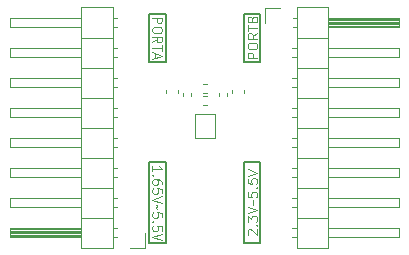
<source format=gbr>
%TF.GenerationSoftware,KiCad,Pcbnew,(6.0.5)*%
%TF.CreationDate,2022-07-01T10:08:14+08:00*%
%TF.ProjectId,convertor,636f6e76-6572-4746-9f72-2e6b69636164,rev?*%
%TF.SameCoordinates,Original*%
%TF.FileFunction,Legend,Top*%
%TF.FilePolarity,Positive*%
%FSLAX46Y46*%
G04 Gerber Fmt 4.6, Leading zero omitted, Abs format (unit mm)*
G04 Created by KiCad (PCBNEW (6.0.5)) date 2022-07-01 10:08:14*
%MOMM*%
%LPD*%
G01*
G04 APERTURE LIST*
%ADD10C,0.150000*%
%ADD11C,0.100000*%
%ADD12C,0.120000*%
G04 APERTURE END LIST*
D10*
X136398000Y-91948000D02*
X136398000Y-96012000D01*
X143002000Y-104521000D02*
X144399000Y-104521000D01*
X144399000Y-96012000D02*
X143002000Y-96012000D01*
X143002000Y-96012000D02*
X143002000Y-91948000D01*
X144399000Y-111379000D02*
X144399000Y-104521000D01*
X135001000Y-104521000D02*
X136398000Y-104521000D01*
X136398000Y-96012000D02*
X135001000Y-96012000D01*
X136398000Y-111379000D02*
X136398000Y-104521000D01*
X135001000Y-91948000D02*
X136398000Y-91948000D01*
X144399000Y-111379000D02*
X143002000Y-111379000D01*
X136398000Y-111379000D02*
X135001000Y-111379000D01*
X135001000Y-96012000D02*
X135001000Y-91948000D01*
X144399000Y-91948000D02*
X144399000Y-96012000D01*
X143002000Y-104521000D02*
X143002000Y-111379000D01*
X143002000Y-91948000D02*
X144399000Y-91948000D01*
X135001000Y-104521000D02*
X135001000Y-111379000D01*
D11*
X144125904Y-95713333D02*
X143325904Y-95713333D01*
X143325904Y-95408571D01*
X143364000Y-95332380D01*
X143402095Y-95294285D01*
X143478285Y-95256190D01*
X143592571Y-95256190D01*
X143668761Y-95294285D01*
X143706857Y-95332380D01*
X143744952Y-95408571D01*
X143744952Y-95713333D01*
X143325904Y-94760952D02*
X143325904Y-94608571D01*
X143364000Y-94532380D01*
X143440190Y-94456190D01*
X143592571Y-94418095D01*
X143859238Y-94418095D01*
X144011619Y-94456190D01*
X144087809Y-94532380D01*
X144125904Y-94608571D01*
X144125904Y-94760952D01*
X144087809Y-94837142D01*
X144011619Y-94913333D01*
X143859238Y-94951428D01*
X143592571Y-94951428D01*
X143440190Y-94913333D01*
X143364000Y-94837142D01*
X143325904Y-94760952D01*
X144125904Y-93618095D02*
X143744952Y-93884761D01*
X144125904Y-94075238D02*
X143325904Y-94075238D01*
X143325904Y-93770476D01*
X143364000Y-93694285D01*
X143402095Y-93656190D01*
X143478285Y-93618095D01*
X143592571Y-93618095D01*
X143668761Y-93656190D01*
X143706857Y-93694285D01*
X143744952Y-93770476D01*
X143744952Y-94075238D01*
X143325904Y-93389523D02*
X143325904Y-92932380D01*
X144125904Y-93160952D02*
X143325904Y-93160952D01*
X143706857Y-92399047D02*
X143744952Y-92284761D01*
X143783047Y-92246666D01*
X143859238Y-92208571D01*
X143973523Y-92208571D01*
X144049714Y-92246666D01*
X144087809Y-92284761D01*
X144125904Y-92360952D01*
X144125904Y-92665714D01*
X143325904Y-92665714D01*
X143325904Y-92399047D01*
X143364000Y-92322857D01*
X143402095Y-92284761D01*
X143478285Y-92246666D01*
X143554476Y-92246666D01*
X143630666Y-92284761D01*
X143668761Y-92322857D01*
X143706857Y-92399047D01*
X143706857Y-92665714D01*
X135274095Y-105302380D02*
X135274095Y-104845238D01*
X135274095Y-105073809D02*
X136074095Y-105073809D01*
X135959809Y-104997619D01*
X135883619Y-104921428D01*
X135845523Y-104845238D01*
X135350285Y-105645238D02*
X135312190Y-105683333D01*
X135274095Y-105645238D01*
X135312190Y-105607142D01*
X135350285Y-105645238D01*
X135274095Y-105645238D01*
X136074095Y-106369047D02*
X136074095Y-106216666D01*
X136036000Y-106140476D01*
X135997904Y-106102380D01*
X135883619Y-106026190D01*
X135731238Y-105988095D01*
X135426476Y-105988095D01*
X135350285Y-106026190D01*
X135312190Y-106064285D01*
X135274095Y-106140476D01*
X135274095Y-106292857D01*
X135312190Y-106369047D01*
X135350285Y-106407142D01*
X135426476Y-106445238D01*
X135616952Y-106445238D01*
X135693142Y-106407142D01*
X135731238Y-106369047D01*
X135769333Y-106292857D01*
X135769333Y-106140476D01*
X135731238Y-106064285D01*
X135693142Y-106026190D01*
X135616952Y-105988095D01*
X136074095Y-107169047D02*
X136074095Y-106788095D01*
X135693142Y-106750000D01*
X135731238Y-106788095D01*
X135769333Y-106864285D01*
X135769333Y-107054761D01*
X135731238Y-107130952D01*
X135693142Y-107169047D01*
X135616952Y-107207142D01*
X135426476Y-107207142D01*
X135350285Y-107169047D01*
X135312190Y-107130952D01*
X135274095Y-107054761D01*
X135274095Y-106864285D01*
X135312190Y-106788095D01*
X135350285Y-106750000D01*
X136074095Y-107435714D02*
X135274095Y-107702380D01*
X136074095Y-107969047D01*
X135578857Y-108121428D02*
X135616952Y-108159523D01*
X135655047Y-108235714D01*
X135578857Y-108388095D01*
X135616952Y-108464285D01*
X135655047Y-108502380D01*
X136074095Y-109188095D02*
X136074095Y-108807142D01*
X135693142Y-108769047D01*
X135731238Y-108807142D01*
X135769333Y-108883333D01*
X135769333Y-109073809D01*
X135731238Y-109150000D01*
X135693142Y-109188095D01*
X135616952Y-109226190D01*
X135426476Y-109226190D01*
X135350285Y-109188095D01*
X135312190Y-109150000D01*
X135274095Y-109073809D01*
X135274095Y-108883333D01*
X135312190Y-108807142D01*
X135350285Y-108769047D01*
X135350285Y-109569047D02*
X135312190Y-109607142D01*
X135274095Y-109569047D01*
X135312190Y-109530952D01*
X135350285Y-109569047D01*
X135274095Y-109569047D01*
X136074095Y-110330952D02*
X136074095Y-109950000D01*
X135693142Y-109911904D01*
X135731238Y-109950000D01*
X135769333Y-110026190D01*
X135769333Y-110216666D01*
X135731238Y-110292857D01*
X135693142Y-110330952D01*
X135616952Y-110369047D01*
X135426476Y-110369047D01*
X135350285Y-110330952D01*
X135312190Y-110292857D01*
X135274095Y-110216666D01*
X135274095Y-110026190D01*
X135312190Y-109950000D01*
X135350285Y-109911904D01*
X136074095Y-110597619D02*
X135274095Y-110864285D01*
X136074095Y-111130952D01*
X143402095Y-110673809D02*
X143364000Y-110635714D01*
X143325904Y-110559523D01*
X143325904Y-110369047D01*
X143364000Y-110292857D01*
X143402095Y-110254761D01*
X143478285Y-110216666D01*
X143554476Y-110216666D01*
X143668761Y-110254761D01*
X144125904Y-110711904D01*
X144125904Y-110216666D01*
X144049714Y-109873809D02*
X144087809Y-109835714D01*
X144125904Y-109873809D01*
X144087809Y-109911904D01*
X144049714Y-109873809D01*
X144125904Y-109873809D01*
X143325904Y-109569047D02*
X143325904Y-109073809D01*
X143630666Y-109340476D01*
X143630666Y-109226190D01*
X143668761Y-109150000D01*
X143706857Y-109111904D01*
X143783047Y-109073809D01*
X143973523Y-109073809D01*
X144049714Y-109111904D01*
X144087809Y-109150000D01*
X144125904Y-109226190D01*
X144125904Y-109454761D01*
X144087809Y-109530952D01*
X144049714Y-109569047D01*
X143325904Y-108845238D02*
X144125904Y-108578571D01*
X143325904Y-108311904D01*
X143821142Y-108159523D02*
X143783047Y-108121428D01*
X143744952Y-108045238D01*
X143821142Y-107892857D01*
X143783047Y-107816666D01*
X143744952Y-107778571D01*
X143325904Y-107092857D02*
X143325904Y-107473809D01*
X143706857Y-107511904D01*
X143668761Y-107473809D01*
X143630666Y-107397619D01*
X143630666Y-107207142D01*
X143668761Y-107130952D01*
X143706857Y-107092857D01*
X143783047Y-107054761D01*
X143973523Y-107054761D01*
X144049714Y-107092857D01*
X144087809Y-107130952D01*
X144125904Y-107207142D01*
X144125904Y-107397619D01*
X144087809Y-107473809D01*
X144049714Y-107511904D01*
X144049714Y-106711904D02*
X144087809Y-106673809D01*
X144125904Y-106711904D01*
X144087809Y-106750000D01*
X144049714Y-106711904D01*
X144125904Y-106711904D01*
X143325904Y-105950000D02*
X143325904Y-106330952D01*
X143706857Y-106369047D01*
X143668761Y-106330952D01*
X143630666Y-106254761D01*
X143630666Y-106064285D01*
X143668761Y-105988095D01*
X143706857Y-105950000D01*
X143783047Y-105911904D01*
X143973523Y-105911904D01*
X144049714Y-105950000D01*
X144087809Y-105988095D01*
X144125904Y-106064285D01*
X144125904Y-106254761D01*
X144087809Y-106330952D01*
X144049714Y-106369047D01*
X143325904Y-105683333D02*
X144125904Y-105416666D01*
X143325904Y-105150000D01*
X135274095Y-92303809D02*
X136074095Y-92303809D01*
X136074095Y-92608571D01*
X136036000Y-92684761D01*
X135997904Y-92722857D01*
X135921714Y-92760952D01*
X135807428Y-92760952D01*
X135731238Y-92722857D01*
X135693142Y-92684761D01*
X135655047Y-92608571D01*
X135655047Y-92303809D01*
X136074095Y-93256190D02*
X136074095Y-93408571D01*
X136036000Y-93484761D01*
X135959809Y-93560952D01*
X135807428Y-93599047D01*
X135540761Y-93599047D01*
X135388380Y-93560952D01*
X135312190Y-93484761D01*
X135274095Y-93408571D01*
X135274095Y-93256190D01*
X135312190Y-93180000D01*
X135388380Y-93103809D01*
X135540761Y-93065714D01*
X135807428Y-93065714D01*
X135959809Y-93103809D01*
X136036000Y-93180000D01*
X136074095Y-93256190D01*
X135274095Y-94399047D02*
X135655047Y-94132380D01*
X135274095Y-93941904D02*
X136074095Y-93941904D01*
X136074095Y-94246666D01*
X136036000Y-94322857D01*
X135997904Y-94360952D01*
X135921714Y-94399047D01*
X135807428Y-94399047D01*
X135731238Y-94360952D01*
X135693142Y-94322857D01*
X135655047Y-94246666D01*
X135655047Y-93941904D01*
X136074095Y-94627619D02*
X136074095Y-95084761D01*
X135274095Y-94856190D02*
X136074095Y-94856190D01*
X135502666Y-95313333D02*
X135502666Y-95694285D01*
X135274095Y-95237142D02*
X136074095Y-95503809D01*
X135274095Y-95770476D01*
D12*
%TO.C,R2*%
X139853641Y-97918000D02*
X139546359Y-97918000D01*
X139853641Y-98678000D02*
X139546359Y-98678000D01*
%TO.C,C1*%
X136396000Y-98692580D02*
X136396000Y-98411420D01*
X137416000Y-98692580D02*
X137416000Y-98411420D01*
%TO.C,C2*%
X138536000Y-98913836D02*
X138536000Y-98698164D01*
X137816000Y-98913836D02*
X137816000Y-98698164D01*
%TO.C,J2*%
X147092929Y-108330000D02*
X147490000Y-108330000D01*
X147160000Y-93090000D02*
X147490000Y-93090000D01*
X156150000Y-105030000D02*
X156150000Y-105790000D01*
X156150000Y-95630000D02*
X150150000Y-95630000D01*
X156150000Y-108330000D02*
X150150000Y-108330000D01*
X150150000Y-110110000D02*
X156150000Y-110110000D01*
X156150000Y-110110000D02*
X156150000Y-110870000D01*
X156150000Y-92330000D02*
X156150000Y-93090000D01*
X150150000Y-92330000D02*
X156150000Y-92330000D01*
X156150000Y-99950000D02*
X156150000Y-100710000D01*
X147160000Y-92330000D02*
X147490000Y-92330000D01*
X150150000Y-92630000D02*
X156150000Y-92630000D01*
X147092929Y-105030000D02*
X147490000Y-105030000D01*
X147092929Y-107570000D02*
X147490000Y-107570000D01*
X150150000Y-94870000D02*
X156150000Y-94870000D01*
X147490000Y-93980000D02*
X150150000Y-93980000D01*
X150150000Y-92510000D02*
X156150000Y-92510000D01*
X147092929Y-95630000D02*
X147490000Y-95630000D01*
X156150000Y-110870000D02*
X150150000Y-110870000D01*
X147092929Y-97410000D02*
X147490000Y-97410000D01*
X150150000Y-92390000D02*
X156150000Y-92390000D01*
X147490000Y-101600000D02*
X150150000Y-101600000D01*
X156150000Y-102490000D02*
X156150000Y-103250000D01*
X156150000Y-105790000D02*
X150150000Y-105790000D01*
X156150000Y-100710000D02*
X150150000Y-100710000D01*
X150150000Y-92870000D02*
X156150000Y-92870000D01*
X147092929Y-102490000D02*
X147490000Y-102490000D01*
X147092929Y-98170000D02*
X147490000Y-98170000D01*
X150150000Y-91380000D02*
X147490000Y-91380000D01*
X147092929Y-100710000D02*
X147490000Y-100710000D01*
X147092929Y-99950000D02*
X147490000Y-99950000D01*
X147092929Y-94870000D02*
X147490000Y-94870000D01*
X147092929Y-103250000D02*
X147490000Y-103250000D01*
X150150000Y-102490000D02*
X156150000Y-102490000D01*
X156150000Y-103250000D02*
X150150000Y-103250000D01*
X147092929Y-110870000D02*
X147490000Y-110870000D01*
X147490000Y-96520000D02*
X150150000Y-96520000D01*
X147490000Y-111820000D02*
X150150000Y-111820000D01*
X150150000Y-107570000D02*
X156150000Y-107570000D01*
X150150000Y-99950000D02*
X156150000Y-99950000D01*
X156150000Y-93090000D02*
X150150000Y-93090000D01*
X147092929Y-110110000D02*
X147490000Y-110110000D01*
X150150000Y-92990000D02*
X156150000Y-92990000D01*
X147490000Y-91380000D02*
X147490000Y-111820000D01*
X156150000Y-94870000D02*
X156150000Y-95630000D01*
X156150000Y-97410000D02*
X156150000Y-98170000D01*
X144780000Y-92710000D02*
X144780000Y-91440000D01*
X150150000Y-105030000D02*
X156150000Y-105030000D01*
X150150000Y-97410000D02*
X156150000Y-97410000D01*
X156150000Y-98170000D02*
X150150000Y-98170000D01*
X150150000Y-111820000D02*
X150150000Y-91380000D01*
X147490000Y-104140000D02*
X150150000Y-104140000D01*
X147490000Y-109220000D02*
X150150000Y-109220000D01*
X147490000Y-99060000D02*
X150150000Y-99060000D01*
X156150000Y-107570000D02*
X156150000Y-108330000D01*
X150150000Y-92750000D02*
X156150000Y-92750000D01*
X147092929Y-105790000D02*
X147490000Y-105790000D01*
X147490000Y-106680000D02*
X150150000Y-106680000D01*
X144780000Y-91440000D02*
X146050000Y-91440000D01*
%TO.C,U1*%
X140550000Y-100473000D02*
X140550000Y-102473000D01*
X138850000Y-100473000D02*
X140550000Y-100473000D01*
X138850000Y-102473000D02*
X140550000Y-102473000D01*
X138850000Y-100473000D02*
X138850000Y-102473000D01*
%TO.C,C4*%
X143004000Y-98692580D02*
X143004000Y-98411420D01*
X141984000Y-98692580D02*
X141984000Y-98411420D01*
%TO.C,R1*%
X139546359Y-98934000D02*
X139853641Y-98934000D01*
X139546359Y-99694000D02*
X139853641Y-99694000D01*
%TO.C,J1*%
X131910000Y-93980000D02*
X129250000Y-93980000D01*
X132307071Y-102490000D02*
X131910000Y-102490000D01*
X123250000Y-99950000D02*
X129250000Y-99950000D01*
X123250000Y-110870000D02*
X123250000Y-110110000D01*
X129250000Y-110870000D02*
X123250000Y-110870000D01*
X129250000Y-108330000D02*
X123250000Y-108330000D01*
X123250000Y-108330000D02*
X123250000Y-107570000D01*
X131910000Y-99060000D02*
X129250000Y-99060000D01*
X123250000Y-94870000D02*
X129250000Y-94870000D01*
X129250000Y-110810000D02*
X123250000Y-110810000D01*
X123250000Y-102490000D02*
X129250000Y-102490000D01*
X132307071Y-100710000D02*
X131910000Y-100710000D01*
X129250000Y-110570000D02*
X123250000Y-110570000D01*
X129250000Y-100710000D02*
X123250000Y-100710000D01*
X129250000Y-91380000D02*
X129250000Y-111820000D01*
X131910000Y-101600000D02*
X129250000Y-101600000D01*
X129250000Y-110690000D02*
X123250000Y-110690000D01*
X129250000Y-111820000D02*
X131910000Y-111820000D01*
X129250000Y-98170000D02*
X123250000Y-98170000D01*
X132307071Y-97410000D02*
X131910000Y-97410000D01*
X132307071Y-98170000D02*
X131910000Y-98170000D01*
X123250000Y-105030000D02*
X129250000Y-105030000D01*
X131910000Y-109220000D02*
X129250000Y-109220000D01*
X134620000Y-111760000D02*
X133350000Y-111760000D01*
X129250000Y-110330000D02*
X123250000Y-110330000D01*
X132307071Y-108330000D02*
X131910000Y-108330000D01*
X123250000Y-107570000D02*
X129250000Y-107570000D01*
X131910000Y-91380000D02*
X129250000Y-91380000D01*
X123250000Y-97410000D02*
X129250000Y-97410000D01*
X132307071Y-105790000D02*
X131910000Y-105790000D01*
X132307071Y-105030000D02*
X131910000Y-105030000D01*
X131910000Y-96520000D02*
X129250000Y-96520000D01*
X123250000Y-98170000D02*
X123250000Y-97410000D01*
X129250000Y-103250000D02*
X123250000Y-103250000D01*
X134620000Y-110490000D02*
X134620000Y-111760000D01*
X129250000Y-105790000D02*
X123250000Y-105790000D01*
X132307071Y-94870000D02*
X131910000Y-94870000D01*
X131910000Y-104140000D02*
X129250000Y-104140000D01*
X123250000Y-95630000D02*
X123250000Y-94870000D01*
X132307071Y-93090000D02*
X131910000Y-93090000D01*
X132307071Y-103250000D02*
X131910000Y-103250000D01*
X132307071Y-107570000D02*
X131910000Y-107570000D01*
X131910000Y-106680000D02*
X129250000Y-106680000D01*
X129250000Y-110450000D02*
X123250000Y-110450000D01*
X123250000Y-100710000D02*
X123250000Y-99950000D01*
X132307071Y-95630000D02*
X131910000Y-95630000D01*
X132307071Y-99950000D02*
X131910000Y-99950000D01*
X123250000Y-92330000D02*
X129250000Y-92330000D01*
X129250000Y-95630000D02*
X123250000Y-95630000D01*
X131910000Y-111820000D02*
X131910000Y-91380000D01*
X129250000Y-93090000D02*
X123250000Y-93090000D01*
X132307071Y-92330000D02*
X131910000Y-92330000D01*
X123250000Y-110110000D02*
X129250000Y-110110000D01*
X123250000Y-105790000D02*
X123250000Y-105030000D01*
X132240000Y-110110000D02*
X131910000Y-110110000D01*
X129250000Y-110210000D02*
X123250000Y-110210000D01*
X132240000Y-110870000D02*
X131910000Y-110870000D01*
X123250000Y-93090000D02*
X123250000Y-92330000D01*
X123250000Y-103250000D02*
X123250000Y-102490000D01*
%TO.C,C3*%
X140864000Y-98913836D02*
X140864000Y-98698164D01*
X141584000Y-98913836D02*
X141584000Y-98698164D01*
%TD*%
M02*

</source>
